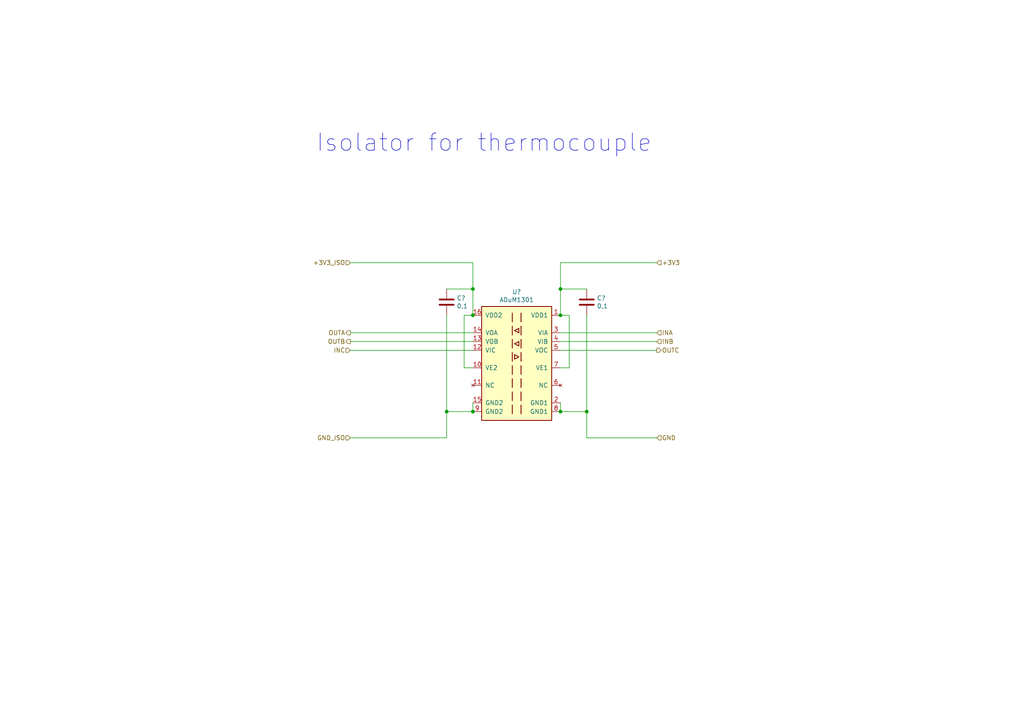
<source format=kicad_sch>
(kicad_sch (version 20250114) (generator "eeschema") (generator_version "9.0")
  (paper "A4")
  (title_block (title "Furnace controller") (date "2026-01-08") (rev "1.1") (company "Yuri Volkov"))
  (lib_symbols
    (symbol "Device:C" (pin_numbers (hide yes)) (pin_names (offset 0.254))
      (property "Reference" "C" (at 0.635 2.54 0))
      (property "Value" "C" (at 0.635 -2.54 0))
      (symbol "C_0_1"
        (polyline (pts (xy -2.032 0.762) (xy 2.032 0.762)) (stroke (width 0.508)))
        (polyline (pts (xy -2.032 -0.762) (xy 2.032 -0.762)) (stroke (width 0.508)))
      )
      (symbol "C_1_1"
        (pin passive line (at 0 3.81 270) (length 2.794) (name "~") (number "1"))
        (pin passive line (at 0 -3.81 90) (length 2.794) (name "~") (number "2"))
      )
    )
    (symbol "adum1301:ADuM1301" (pin_names (offset 1.016))
      (property "Reference" "U" (at -10.16 8.89 0))
      (property "Value" "ADuM1301" (at -2.032 8.89 0))
      (symbol "ADuM1301_0_1"
        (rectangle (start -10.16 7.62) (end 10.16 -25.4) (stroke (width 0.254)) (fill (type background)))
        (polyline (pts (xy -1.27 5.715) (xy -1.27 3.175)) (stroke (width 0.254)))
        (polyline (pts (xy -1.27 1.905) (xy -1.27 -0.635)) (stroke (width 0.254)))
        (polyline (pts (xy -1.27 -1.905) (xy -1.27 -4.445)) (stroke (width 0.254)))
        (polyline (pts (xy -1.27 -5.715) (xy -1.27 -8.255)) (stroke (width 0.254)))
        (polyline (pts (xy -0.635 -2.54) (xy -0.635 -3.81) (xy 0.635 -3.175) (xy -0.635 -2.54)) (stroke (width 0.254)))
        (polyline (pts (xy 0.635 -6.35) (xy 0.635 -7.62) (xy -0.635 -6.985) (xy 0.635 -6.35)) (stroke (width 0.254)))
        (polyline (pts (xy 1.27 5.715) (xy 1.27 3.175)) (stroke (width 0.254)))
        (polyline (pts (xy 1.27 1.905) (xy 1.27 -0.635)) (stroke (width 0.254)))
        (polyline (pts (xy 1.27 -1.905) (xy 1.27 -4.445)) (stroke (width 0.254)))
        (polyline (pts (xy 1.27 -5.715) (xy 1.27 -8.255)) (stroke (width 0.254)))
      )
      (symbol "ADuM1301_1_1"
        (polyline (pts (xy -1.27 -9.525) (xy -1.27 -12.065)) (stroke (width 0.254)))
        (polyline (pts (xy -1.27 -13.335) (xy -1.27 -15.875)) (stroke (width 0.254)))
        (polyline (pts (xy -1.27 -17.145) (xy -1.27 -19.685)) (stroke (width 0.254)))
        (polyline (pts (xy -1.27 -20.955) (xy -1.27 -23.495)) (stroke (width 0.254)))
        (polyline (pts (xy -0.635 1.27) (xy -0.635 0) (xy 0.635 0.635) (xy -0.635 1.27)) (stroke (width 0.254)))
        (polyline (pts (xy 1.27 -9.525) (xy 1.27 -12.065)) (stroke (width 0.254)))
        (polyline (pts (xy 1.27 -13.335) (xy 1.27 -15.875)) (stroke (width 0.254)))
        (polyline (pts (xy 1.27 -17.145) (xy 1.27 -19.685)) (stroke (width 0.254)))
        (polyline (pts (xy 1.27 -20.955) (xy 1.27 -23.495)) (stroke (width 0.254)))
        (pin power_in line (at -12.7 5.08 0) (length 2.54) (name "VDD1") (number "1"))
        (pin input line (at -12.7 0 0) (length 2.54) (name "VIA") (number "3"))
        (pin input line (at -12.7 -2.54 0) (length 2.54) (name "VIB") (number "4"))
        (pin output line (at -12.7 -5.08 0) (length 2.54) (name "VOC") (number "5"))
        (pin input line (at -12.7 -10.16 0) (length 2.54) (name "VE1") (number "7"))
        (pin no_connect line (at -12.7 -15.24 0) (length 2.54) (name "NC") (number "6"))
        (pin power_in line (at -12.7 -20.32 0) (length 2.54) (name "GND1") (number "2"))
        (pin power_in line (at -12.7 -22.86 0) (length 2.54) (name "GND1") (number "8"))
        (pin power_in line (at 12.7 5.08 180) (length 2.54) (name "VDD2") (number "16"))
        (pin output line (at 12.7 0 180) (length 2.54) (name "VOA") (number "14"))
        (pin output line (at 12.7 -2.54 180) (length 2.54) (name "VOB") (number "13"))
        (pin input line (at 12.7 -5.08 180) (length 2.54) (name "VIC") (number "12"))
        (pin input line (at 12.7 -10.16 180) (length 2.54) (name "VE2") (number "10"))
        (pin no_connect line (at 12.7 -15.24 180) (length 2.54) (name "NC") (number "11"))
        (pin power_in line (at 12.7 -20.32 180) (length 2.54) (name "GND2") (number "15"))
        (pin power_in line (at 12.7 -22.86 180) (length 2.54) (name "GND2") (number "9"))
      )
    )
  )
  (text "Isolator for thermocouple" (at 189.23 44.45 0) (effects (font (size 5.0038 5.0038)) (justify right bottom)))
  (junction (at 137.16 91.44))
  (junction (at 137.16 119.38))
  (junction (at 162.56 91.44))
  (junction (at 162.56 83.82))
  (junction (at 137.16 83.82))
  (junction (at 162.56 119.38))
  (junction (at 170.18 119.38))
  (junction (at 129.54 119.38))
  (wire (pts (xy 170.18 91.44) (xy 170.18 119.38)))
  (wire (pts (xy 134.62 91.44) (xy 137.16 91.44)))
  (wire (pts (xy 137.16 83.82) (xy 137.16 91.44)))
  (wire (pts (xy 170.18 127) (xy 190.5 127)))
  (wire (pts (xy 137.16 119.38) (xy 129.54 119.38)))
  (wire (pts (xy 129.54 119.38) (xy 129.54 127)))
  (wire (pts (xy 190.5 101.6) (xy 162.56 101.6)))
  (wire (pts (xy 101.6 99.06) (xy 137.16 99.06)))
  (wire (pts (xy 165.1 106.68) (xy 165.1 91.44)))
  (wire (pts (xy 129.54 91.44) (xy 129.54 119.38)))
  (wire (pts (xy 162.56 106.68) (xy 165.1 106.68)))
  (wire (pts (xy 137.16 106.68) (xy 134.62 106.68)))
  (wire (pts (xy 101.6 96.52) (xy 137.16 96.52)))
  (wire (pts (xy 137.16 76.2) (xy 137.16 83.82)))
  (wire (pts (xy 162.56 83.82) (xy 162.56 91.44)))
  (wire (pts (xy 101.6 101.6) (xy 137.16 101.6)))
  (wire (pts (xy 129.54 83.82) (xy 137.16 83.82)))
  (wire (pts (xy 190.5 96.52) (xy 162.56 96.52)))
  (wire (pts (xy 190.5 76.2) (xy 162.56 76.2)))
  (wire (pts (xy 170.18 83.82) (xy 162.56 83.82)))
  (wire (pts (xy 165.1 91.44) (xy 162.56 91.44)))
  (wire (pts (xy 162.56 119.38) (xy 170.18 119.38)))
  (wire (pts (xy 137.16 116.84) (xy 137.16 119.38)))
  (wire (pts (xy 134.62 106.68) (xy 134.62 91.44)))
  (wire (pts (xy 170.18 119.38) (xy 170.18 127)))
  (wire (pts (xy 101.6 127) (xy 129.54 127)))
  (wire (pts (xy 101.6 76.2) (xy 137.16 76.2)))
  (wire (pts (xy 162.56 116.84) (xy 162.56 119.38)))
  (wire (pts (xy 190.5 99.06) (xy 162.56 99.06)))
  (wire (pts (xy 162.56 76.2) (xy 162.56 83.82)))
  (hierarchical_label "INA" (shape input) (at 190.5 96.52 0))
  (hierarchical_label "GND" (shape input) (at 190.5 127 0))
  (hierarchical_label "OUTB" (shape output) (at 101.6 99.06 180))
  (hierarchical_label "OUTA" (shape output) (at 101.6 96.52 180))
  (hierarchical_label "GND_ISO" (shape input) (at 101.6 127 180))
  (hierarchical_label "INB" (shape input) (at 190.5 99.06 0))
  (hierarchical_label "+3V3" (shape input) (at 190.5 76.2 0))
  (hierarchical_label "+3V3_ISO" (shape input) (at 101.6 76.2 180))
  (hierarchical_label "OUTC" (shape output) (at 190.5 101.6 0))
  (hierarchical_label "INC" (shape input) (at 101.6 101.6 180))
  (symbol (lib_id "Device:C") (at 129.54 87.63 0) (unit 1)
    (property "Reference" "C15" (at 132.461 86.4616 0) (effects (justify left)))
    (property "Value" "0,1" (at 132.461 88.773 0) (effects (justify left)))
    (property "Footprint" "Capacitor_SMD:C_0603_1608Metric_Pad1.08x0.95mm_HandSolder" (effects (hide yes)))
    (instances (project "" (path "" (reference "C?") (unit 1)) (path "" (reference "C?") (unit 1)) (path "" (reference "C15") (unit 1)) (path "" (reference "C30") (unit 1)) (path "" (reference "C32") (unit 1))))
  )
  (symbol (lib_id "Device:C") (at 170.18 87.63 0) (unit 1)
    (property "Reference" "C16" (at 173.101 86.4616 0) (effects (justify left)))
    (property "Value" "0,1" (at 173.101 88.773 0) (effects (justify left)))
    (property "Footprint" "Capacitor_SMD:C_0603_1608Metric_Pad1.08x0.95mm_HandSolder" (effects (hide yes)))
    (instances (project "" (path "" (reference "C?") (unit 1)) (path "" (reference "C?") (unit 1)) (path "" (reference "C16") (unit 1)) (path "" (reference "C31") (unit 1)) (path "" (reference "C33") (unit 1))))
  )
  (symbol (lib_id "adum1301:ADuM1301") (at 149.86 96.52 0) (mirror y) (unit 1)
    (property "Reference" "U3" (at 149.86 84.6582 0))
    (property "Value" "ADuM1301" (at 149.86 86.9696 0))
    (property "Footprint" "Package_SO:SOIC-16W_7.5x10.3mm_P1.27mm" (effects (hide yes)))
    (instances (project "" (path "" (reference "U?") (unit 1)) (path "" (reference "U3") (unit 1)) (path "" (reference "U9") (unit 1)) (path "" (reference "U10") (unit 1))))
  )
)
</source>
